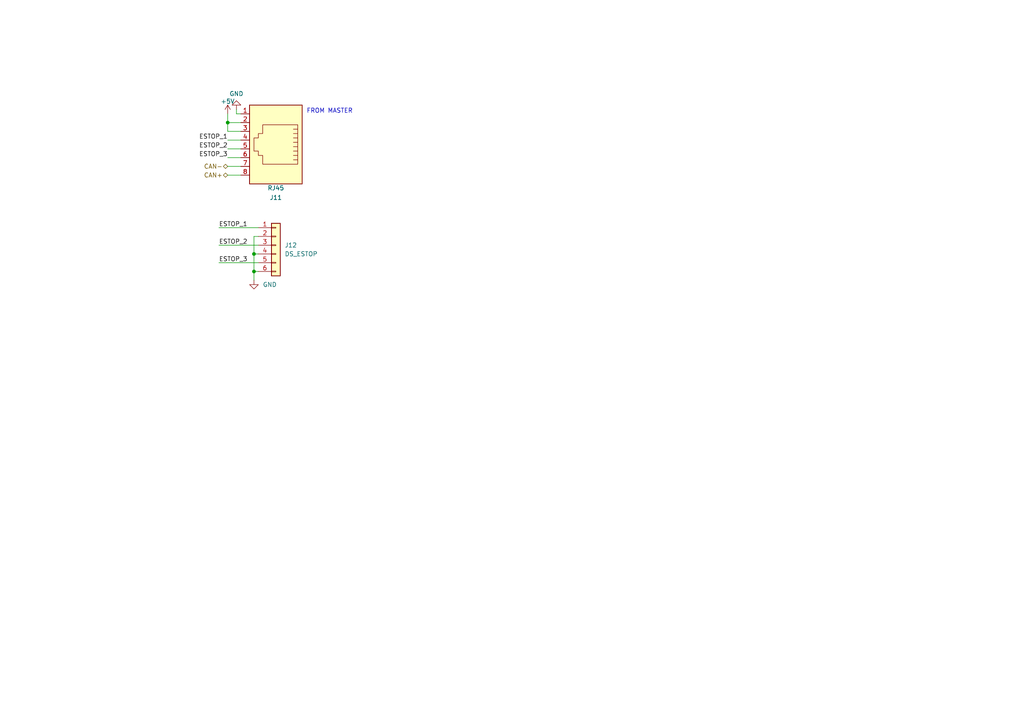
<source format=kicad_sch>
(kicad_sch (version 20211123) (generator eeschema)
  (paper "A4")
  (lib_symbols
    (symbol "Connector:RJ45" (pin_names (offset 1.016))
      (property "Reference" "J" (at -5.08 13.97 0))
      (property "Value" "RJ45" (at 2.54 13.97 0))
      (symbol "RJ45_0_1"
        (polyline (pts (xy -5.08 4.445) (xy -6.35 4.445)))
        (polyline (pts (xy -5.08 5.715) (xy -6.35 5.715)))
        (polyline (pts (xy -6.35 -3.175) (xy -5.08 -3.175) (xy -5.08 -3.175)))
        (polyline (pts (xy -6.35 -1.905) (xy -5.08 -1.905) (xy -5.08 -1.905)))
        (polyline (pts (xy -6.35 -0.635) (xy -5.08 -0.635) (xy -5.08 -0.635)))
        (polyline (pts (xy -6.35 0.635) (xy -5.08 0.635) (xy -5.08 0.635)))
        (polyline (pts (xy -6.35 1.905) (xy -5.08 1.905) (xy -5.08 1.905)))
        (polyline (pts (xy -5.08 3.175) (xy -6.35 3.175) (xy -6.35 3.175)))
        (polyline (pts (xy -6.35 -4.445) (xy -6.35 6.985) (xy 3.81 6.985) (xy 3.81 4.445) (xy 5.08 4.445) (xy 5.08 3.175) (xy 6.35 3.175) (xy 6.35 -0.635) (xy 5.08 -0.635) (xy 5.08 -1.905) (xy 3.81 -1.905) (xy 3.81 -4.445) (xy -6.35 -4.445) (xy -6.35 -4.445)))
        (rectangle (start 7.62 12.7) (end -7.62 -10.16) (stroke (width 0.254)) (fill (type background)))
      )
      (symbol "RJ45_1_1"
        (pin passive line (at 10.16 -7.62 180) (length 2.54) (name "~") (number "1"))
        (pin passive line (at 10.16 -5.08 180) (length 2.54) (name "~") (number "2"))
        (pin passive line (at 10.16 -2.54 180) (length 2.54) (name "~") (number "3"))
        (pin passive line (at 10.16 0 180) (length 2.54) (name "~") (number "4"))
        (pin passive line (at 10.16 2.54 180) (length 2.54) (name "~") (number "5"))
        (pin passive line (at 10.16 5.08 180) (length 2.54) (name "~") (number "6"))
        (pin passive line (at 10.16 7.62 180) (length 2.54) (name "~") (number "7"))
        (pin passive line (at 10.16 10.16 180) (length 2.54) (name "~") (number "8"))
      )
    )
    (symbol "Connector_Generic:Conn_01x06" (pin_names (offset 1.016) hide)
      (property "Reference" "J" (at 0 7.62 0))
      (property "Value" "Conn_01x06" (at 0 -10.16 0))
      (symbol "Conn_01x06_1_1"
        (rectangle (start -1.27 -7.493) (end 0 -7.747) (stroke (width 0.1524)))
        (rectangle (start -1.27 -4.953) (end 0 -5.207) (stroke (width 0.1524)))
        (rectangle (start -1.27 -2.413) (end 0 -2.667) (stroke (width 0.1524)))
        (rectangle (start -1.27 0.127) (end 0 -0.127) (stroke (width 0.1524)))
        (rectangle (start -1.27 2.667) (end 0 2.413) (stroke (width 0.1524)))
        (rectangle (start -1.27 5.207) (end 0 4.953) (stroke (width 0.1524)))
        (rectangle (start -1.27 6.35) (end 1.27 -8.89) (stroke (width 0.254)) (fill (type background)))
        (pin passive line (at -5.08 5.08 0) (length 3.81) (name "Pin_1") (number "1"))
        (pin passive line (at -5.08 2.54 0) (length 3.81) (name "Pin_2") (number "2"))
        (pin passive line (at -5.08 0 0) (length 3.81) (name "Pin_3") (number "3"))
        (pin passive line (at -5.08 -2.54 0) (length 3.81) (name "Pin_4") (number "4"))
        (pin passive line (at -5.08 -5.08 0) (length 3.81) (name "Pin_5") (number "5"))
        (pin passive line (at -5.08 -7.62 0) (length 3.81) (name "Pin_6") (number "6"))
      )
    )
    (symbol "power:+5V" (power) (pin_names (offset 0))
      (property "Value" "+5V" (at 0 3.556 0))
      (symbol "+5V_0_1"
        (polyline (pts (xy -0.762 1.27) (xy 0 2.54)))
        (polyline (pts (xy 0 0) (xy 0 2.54)))
        (polyline (pts (xy 0 2.54) (xy 0.762 1.27)))
      )
      (symbol "+5V_1_1"
        (pin power_in line (at 0 0 90) (length 0) hide (name "+5V") (number "1"))
      )
    )
    (symbol "power:GND" (power) (pin_names (offset 0))
      (property "Value" "GND" (at 0 -3.81 0))
      (symbol "GND_0_1"
        (polyline (pts (xy 0 0) (xy 0 -1.27) (xy 1.27 -1.27) (xy 0 -2.54) (xy -1.27 -1.27) (xy 0 -1.27)))
      )
      (symbol "GND_1_1"
        (pin power_in line (at 0 0 270) (length 0) hide (name "GND") (number "1"))
      )
    )
  )
  (junction (at 73.66 73.66))
  (junction (at 73.66 78.74))
  (junction (at 66.04 35.56))
  (wire (pts (xy 66.04 40.64) (xy 69.85 40.64)))
  (wire (pts (xy 66.04 43.18) (xy 69.85 43.18)))
  (wire (pts (xy 73.66 68.58) (xy 73.66 73.66)))
  (wire (pts (xy 63.5 66.04) (xy 74.93 66.04)))
  (wire (pts (xy 69.85 48.26) (xy 66.04 48.26)))
  (wire (pts (xy 66.04 38.1) (xy 69.85 38.1)))
  (wire (pts (xy 73.66 78.74) (xy 74.93 78.74)))
  (wire (pts (xy 69.85 50.8) (xy 66.04 50.8)))
  (wire (pts (xy 68.58 31.75) (xy 68.58 33.02)))
  (wire (pts (xy 68.58 33.02) (xy 69.85 33.02)))
  (wire (pts (xy 73.66 73.66) (xy 74.93 73.66)))
  (wire (pts (xy 69.85 35.56) (xy 66.04 35.56)))
  (wire (pts (xy 73.66 78.74) (xy 73.66 81.28)))
  (wire (pts (xy 66.04 35.56) (xy 66.04 38.1)))
  (wire (pts (xy 66.04 45.72) (xy 69.85 45.72)))
  (wire (pts (xy 73.66 73.66) (xy 73.66 78.74)))
  (wire (pts (xy 63.5 76.2) (xy 74.93 76.2)))
  (wire (pts (xy 66.04 33.02) (xy 66.04 35.56)))
  (wire (pts (xy 74.93 68.58) (xy 73.66 68.58)))
  (wire (pts (xy 63.5 71.12) (xy 74.93 71.12)))
  (text "FROM MASTER" (at 88.9 33.02 0) (effects (font (size 1.27 1.27)) (justify left bottom)))
  (label "ESTOP_3" (at 66.04 45.72 180))
  (label "ESTOP_2" (at 66.04 43.18 180))
  (label "ESTOP_1" (at 63.5 66.04 0))
  (label "ESTOP_1" (at 66.04 40.64 180))
  (label "ESTOP_3" (at 63.5 76.2 0))
  (label "ESTOP_2" (at 63.5 71.12 0))
  (hierarchical_label "CAN+" (shape tri_state) (at 66.04 50.8 180))
  (hierarchical_label "CAN-" (shape tri_state) (at 66.04 48.26 180))
  (symbol (lib_id "power:+5V") (at 66.04 33.02 0) (unit 1)
    (property "Reference" "#PWR033" (effects hide))
    (property "Value" "+5V" (at 66.04 29.4155 0))
  )
  (symbol (lib_id "power:GND") (at 73.66 81.28 0) (unit 1)
    (property "Reference" "#PWR035" (effects hide))
    (property "Value" "GND" (at 76.2 82.5499 0) (effects (justify left)))
  )
  (symbol (lib_id "power:GND") (at 68.58 31.75 180) (unit 1)
    (property "Reference" "#PWR034" (effects hide))
    (property "Value" "GND" (at 68.58 27.1875 0))
  )
  (symbol (lib_id "Connector_Generic:Conn_01x06") (at 80.01 71.12 0) (unit 1)
    (property "Reference" "J12" (at 82.55 71.1199 0) (effects (justify left)))
    (property "Value" "DS_ESTOP" (at 82.55 73.6599 0) (effects (justify left)))
    (property "Footprint" "TerminalBlock_Phoenix:TerminalBlock_Phoenix_MKDS-1,5-6-5.08_1x06_P5.08mm_Horizontal" (effects hide))
  )
  (symbol (lib_id "Connector:RJ45") (at 80.01 40.64 180) (unit 1)
    (property "Reference" "J11" (at 80.01 57.3065 0))
    (property "Value" "RJ45" (at 80.01 54.5314 0))
    (property "Footprint" "Connector_RJ:RJ45_Amphenol_54602-x08_Horizontal" (effects hide))
  )
)
</source>
